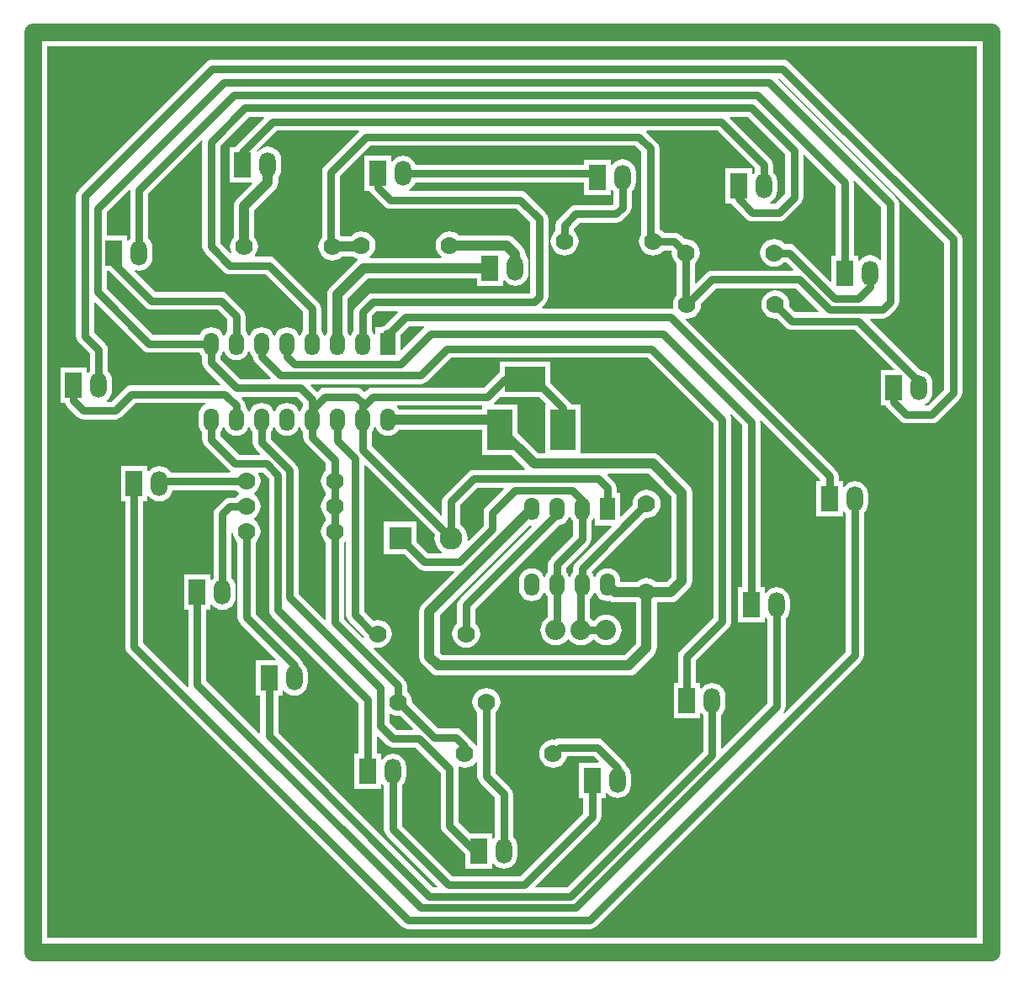
<source format=gbl>
G04*
G04 #@! TF.GenerationSoftware,Altium Limited,Altium Designer,18.0.7 (293)*
G04*
G04 Layer_Physical_Order=2*
G04 Layer_Color=16711680*
%FSLAX25Y25*%
%MOIN*%
G70*
G01*
G75*
%ADD24C,0.09000*%
%ADD25R,0.09000X0.09000*%
%ADD26O,0.06500X0.10000*%
%ADD27R,0.06500X0.10000*%
%ADD28C,0.07000*%
%ADD29R,0.10000X0.16000*%
%ADD30R,0.16000X0.10000*%
%ADD31R,0.06000X0.09000*%
%ADD32O,0.06000X0.09000*%
%ADD33C,0.08000*%
%ADD34C,0.03000*%
%ADD35C,0.04000*%
%ADD36C,0.07000*%
G36*
X603953Y109547D02*
X235547D01*
X235547Y462953D01*
X603953D01*
X603953Y109547D01*
D02*
G37*
%LPC*%
G36*
X527000Y457530D02*
X301000D01*
X300086Y457410D01*
X299235Y457057D01*
X298504Y456496D01*
X298504Y456496D01*
X248004Y405996D01*
X247443Y405265D01*
X247090Y404414D01*
X246970Y403500D01*
Y348000D01*
X247090Y347086D01*
X247443Y346235D01*
X248004Y345504D01*
X252470Y341038D01*
Y334159D01*
X252256Y333994D01*
X251750Y333335D01*
X251250Y333505D01*
Y335500D01*
X240750D01*
Y321500D01*
X242626D01*
X242943Y320735D01*
X243504Y320004D01*
X247504Y316004D01*
X248235Y315443D01*
X249086Y315090D01*
X250000Y314970D01*
X262500D01*
X263414Y315090D01*
X264265Y315443D01*
X264996Y316004D01*
X270462Y321470D01*
X298126D01*
X298225Y320970D01*
X297978Y320867D01*
X296934Y320066D01*
X296132Y319022D01*
X295629Y317805D01*
X295457Y316500D01*
Y313500D01*
X295629Y312195D01*
X296132Y310978D01*
X296934Y309934D01*
X296970Y309907D01*
Y307000D01*
X297090Y306086D01*
X297443Y305235D01*
X298004Y304504D01*
X307504Y295004D01*
X308121Y294530D01*
X307990Y294030D01*
X284484D01*
X283744Y294994D01*
X282648Y295836D01*
X281370Y296365D01*
X280000Y296545D01*
X278629Y296365D01*
X277352Y295836D01*
X276256Y294994D01*
X275750Y294335D01*
X275250Y294505D01*
Y296500D01*
X264750D01*
Y282500D01*
X266470D01*
Y225000D01*
X266590Y224086D01*
X266943Y223235D01*
X267504Y222504D01*
X376004Y114004D01*
X376735Y113443D01*
X377586Y113090D01*
X378500Y112970D01*
X450500D01*
X451414Y113090D01*
X452265Y113443D01*
X452996Y114004D01*
X557996Y219004D01*
X558557Y219735D01*
X558910Y220586D01*
X559030Y221500D01*
Y277841D01*
X559244Y278006D01*
X560086Y279102D01*
X560615Y280380D01*
X560795Y281750D01*
Y285250D01*
X560615Y286620D01*
X560086Y287898D01*
X559244Y288994D01*
X558148Y289836D01*
X556871Y290365D01*
X555500Y290545D01*
X554130Y290365D01*
X552852Y289836D01*
X551756Y288994D01*
X551250Y288335D01*
X550750Y288505D01*
Y290500D01*
X549030D01*
Y292500D01*
X548910Y293414D01*
X548557Y294265D01*
X547996Y294996D01*
X488444Y354548D01*
X488665Y354997D01*
X489000Y354953D01*
X490436Y355142D01*
X491774Y355696D01*
X492923Y356577D01*
X493804Y357726D01*
X494358Y359064D01*
X494548Y360500D01*
X494483Y360990D01*
X500462Y366970D01*
X532174D01*
X541151Y357992D01*
X540960Y357530D01*
X531962D01*
X529483Y360010D01*
X529548Y360500D01*
X529358Y361936D01*
X528804Y363274D01*
X527923Y364423D01*
X526774Y365304D01*
X525436Y365858D01*
X524000Y366048D01*
X522564Y365858D01*
X521226Y365304D01*
X520077Y364423D01*
X519196Y363274D01*
X518642Y361936D01*
X518453Y360500D01*
X518642Y359064D01*
X519196Y357726D01*
X520077Y356577D01*
X521226Y355696D01*
X522564Y355142D01*
X524000Y354953D01*
X524490Y355017D01*
X528004Y351504D01*
X528735Y350943D01*
X529586Y350590D01*
X530500Y350470D01*
X555538D01*
X571046Y334962D01*
X570854Y334500D01*
X565750D01*
Y320500D01*
X567833D01*
X567943Y320235D01*
X568504Y319504D01*
X573504Y314504D01*
X574235Y313943D01*
X575086Y313590D01*
X576000Y313470D01*
X586000D01*
X586914Y313590D01*
X587765Y313943D01*
X588496Y314504D01*
X596996Y323004D01*
X597557Y323735D01*
X597910Y324586D01*
X598030Y325500D01*
X598030Y325500D01*
Y386500D01*
X598030Y386500D01*
X597910Y387414D01*
X597557Y388265D01*
X596996Y388996D01*
X529496Y456496D01*
X528765Y457057D01*
X527914Y457410D01*
X527000Y457530D01*
D02*
G37*
%LPD*%
G36*
X527970Y420038D02*
Y404462D01*
X524038Y400530D01*
X521924D01*
X521824Y401030D01*
X522148Y401164D01*
X523244Y402006D01*
X524086Y403102D01*
X524615Y404380D01*
X524795Y405750D01*
Y409250D01*
X524615Y410620D01*
X524086Y411898D01*
X523244Y412994D01*
X523030Y413159D01*
Y416000D01*
X522910Y416914D01*
X522557Y417765D01*
X521996Y418496D01*
X505985Y434508D01*
X506176Y434970D01*
X513038D01*
X527970Y420038D01*
D02*
G37*
G36*
X268470Y405770D02*
Y386659D01*
X268256Y386494D01*
X267750Y385835D01*
X267250Y386005D01*
Y388000D01*
X259030D01*
Y397038D01*
X267970Y405977D01*
X268470Y405770D01*
D02*
G37*
G36*
X321515Y434508D02*
X310504Y423496D01*
X310123Y423000D01*
X307750D01*
Y409000D01*
X316641D01*
X316832Y408538D01*
X310647Y402353D01*
X310006Y401517D01*
X309603Y400544D01*
X309466Y399500D01*
X309466Y399500D01*
Y387277D01*
X308696Y386274D01*
X308142Y384936D01*
X307952Y383500D01*
X308142Y382064D01*
X308500Y381200D01*
X308076Y380917D01*
X304030Y384962D01*
Y423538D01*
X315462Y434970D01*
X321324D01*
X321515Y434508D01*
D02*
G37*
G36*
X470970Y421038D02*
Y388631D01*
X470696Y388274D01*
X470142Y386936D01*
X469952Y385500D01*
X470142Y384064D01*
X470696Y382726D01*
X471577Y381577D01*
X472726Y380696D01*
X474064Y380142D01*
X475500Y379953D01*
X476936Y380142D01*
X478274Y380696D01*
X479423Y381577D01*
X479724Y381970D01*
X482538D01*
X483017Y381490D01*
X482952Y381000D01*
X483142Y379564D01*
X483696Y378226D01*
X484577Y377077D01*
X484970Y376776D01*
Y364282D01*
X484196Y363274D01*
X483642Y361936D01*
X483453Y360500D01*
X483601Y359372D01*
X483572Y359301D01*
X483179Y358941D01*
X482500Y359030D01*
X431676D01*
X431485Y359492D01*
X432996Y361004D01*
X433557Y361735D01*
X433910Y362586D01*
X434030Y363500D01*
Y394500D01*
X433910Y395414D01*
X433557Y396265D01*
X432996Y396996D01*
X425496Y404496D01*
X424765Y405057D01*
X423914Y405410D01*
X423000Y405530D01*
X378924D01*
X378824Y406030D01*
X379148Y406164D01*
X380244Y407006D01*
X381086Y408102D01*
X381445Y408970D01*
X448250D01*
Y404000D01*
X458750D01*
Y405995D01*
X459250Y406165D01*
X459756Y405506D01*
X459970Y405341D01*
Y400462D01*
X459538Y400030D01*
X445000D01*
X444086Y399910D01*
X443235Y399557D01*
X442504Y398996D01*
X438004Y394496D01*
X437443Y393765D01*
X437090Y392914D01*
X436970Y392000D01*
Y389724D01*
X436577Y389423D01*
X435696Y388274D01*
X435142Y386936D01*
X434952Y385500D01*
X435142Y384064D01*
X435696Y382726D01*
X436577Y381577D01*
X437726Y380696D01*
X439064Y380142D01*
X440500Y379953D01*
X441936Y380142D01*
X443274Y380696D01*
X444423Y381577D01*
X445304Y382726D01*
X445858Y384064D01*
X446047Y385500D01*
X445858Y386936D01*
X445304Y388274D01*
X444423Y389423D01*
X444030Y389724D01*
Y390538D01*
X446462Y392970D01*
X461000D01*
X461914Y393090D01*
X462765Y393443D01*
X463496Y394004D01*
X465996Y396504D01*
X466557Y397235D01*
X466910Y398086D01*
X467030Y399000D01*
Y405341D01*
X467244Y405506D01*
X468086Y406602D01*
X468615Y407879D01*
X468795Y409250D01*
Y412750D01*
X468615Y414120D01*
X468086Y415398D01*
X467244Y416494D01*
X466148Y417336D01*
X464871Y417865D01*
X463500Y418045D01*
X462129Y417865D01*
X460852Y417336D01*
X459756Y416494D01*
X459250Y415835D01*
X458750Y416005D01*
Y418000D01*
X448250D01*
Y416030D01*
X381445D01*
X381086Y416898D01*
X380244Y417994D01*
X379148Y418836D01*
X377870Y419365D01*
X376500Y419545D01*
X375130Y419365D01*
X373852Y418836D01*
X372756Y417994D01*
X372250Y417335D01*
X371750Y417505D01*
Y419500D01*
X366762D01*
X366500Y419534D01*
X366238Y419500D01*
X361250D01*
Y405500D01*
X363333D01*
X363443Y405235D01*
X364004Y404504D01*
X369004Y399504D01*
X369735Y398943D01*
X370586Y398590D01*
X371500Y398470D01*
X421538D01*
X426970Y393038D01*
Y365030D01*
X364500D01*
X363586Y364910D01*
X362735Y364557D01*
X362004Y363996D01*
X358004Y359996D01*
X357443Y359265D01*
X357090Y358414D01*
X356970Y357500D01*
Y350094D01*
X356934Y350066D01*
X356133Y349022D01*
X355771Y348148D01*
X355229D01*
X354868Y349022D01*
X354535Y349455D01*
Y362829D01*
X362671Y370966D01*
X405750D01*
Y368000D01*
X416250D01*
Y369995D01*
X416750Y370165D01*
X417256Y369506D01*
X418352Y368664D01*
X419629Y368135D01*
X421000Y367955D01*
X422370Y368135D01*
X423648Y368664D01*
X424744Y369506D01*
X425586Y370602D01*
X426115Y371880D01*
X426295Y373250D01*
Y376750D01*
X426115Y378120D01*
X425586Y379398D01*
X425035Y380116D01*
Y380500D01*
X425035Y380500D01*
X424897Y381544D01*
X424494Y382517D01*
X423853Y383353D01*
X423853Y383353D01*
X420353Y386853D01*
X419517Y387494D01*
X418544Y387897D01*
X417500Y388035D01*
X417500Y388035D01*
X398777D01*
X397774Y388804D01*
X396436Y389358D01*
X395000Y389547D01*
X393564Y389358D01*
X392226Y388804D01*
X391077Y387923D01*
X390196Y386774D01*
X389642Y385436D01*
X389453Y384000D01*
X389642Y382564D01*
X390196Y381226D01*
X391077Y380077D01*
X391785Y379535D01*
X391615Y379034D01*
X363385D01*
X363215Y379535D01*
X363923Y380077D01*
X364804Y381226D01*
X365358Y382564D01*
X365547Y384000D01*
X365358Y385436D01*
X364804Y386774D01*
X363923Y387923D01*
X362774Y388804D01*
X361436Y389358D01*
X360000Y389547D01*
X358564Y389358D01*
X357226Y388804D01*
X356077Y387923D01*
X355780Y387534D01*
X352277D01*
X351530Y388107D01*
Y411538D01*
X363462Y423470D01*
X468538D01*
X470970Y421038D01*
D02*
G37*
G36*
X565970Y399038D02*
Y378327D01*
X565496Y378166D01*
X565244Y378494D01*
X564148Y379336D01*
X562871Y379865D01*
X561500Y380045D01*
X560129Y379865D01*
X558852Y379336D01*
X557756Y378494D01*
X557250Y377835D01*
X556750Y378005D01*
Y380000D01*
X555030D01*
Y409000D01*
X554989Y409311D01*
X555463Y409545D01*
X565970Y399038D01*
D02*
G37*
G36*
X297011Y425311D02*
X296970Y425000D01*
Y383500D01*
X297090Y382586D01*
X297443Y381735D01*
X298004Y381004D01*
X305504Y373504D01*
X306235Y372943D01*
X307086Y372590D01*
X308000Y372470D01*
X322038D01*
X336970Y357538D01*
Y350094D01*
X336934Y350066D01*
X336133Y349022D01*
X335771Y348148D01*
X335229D01*
X334868Y349022D01*
X334066Y350066D01*
X333022Y350868D01*
X331805Y351371D01*
X330500Y351543D01*
X329195Y351371D01*
X327978Y350868D01*
X326934Y350066D01*
X326132Y349022D01*
X325771Y348148D01*
X325229D01*
X324868Y349022D01*
X324066Y350066D01*
X323022Y350868D01*
X321805Y351371D01*
X320500Y351543D01*
X319195Y351371D01*
X317978Y350868D01*
X316934Y350066D01*
X316132Y349022D01*
X315771Y348148D01*
X315229D01*
X314867Y349022D01*
X314066Y350066D01*
X314030Y350094D01*
Y356000D01*
X313910Y356914D01*
X313557Y357765D01*
X312996Y358496D01*
X306996Y364496D01*
X306265Y365057D01*
X305414Y365410D01*
X304500Y365530D01*
X278462D01*
X270235Y373757D01*
X270518Y374181D01*
X270630Y374135D01*
X272000Y373955D01*
X273371Y374135D01*
X274648Y374664D01*
X275744Y375506D01*
X276586Y376602D01*
X277115Y377880D01*
X277295Y379250D01*
Y382750D01*
X277115Y384120D01*
X276586Y385398D01*
X275744Y386494D01*
X275530Y386659D01*
Y404538D01*
X296537Y425545D01*
X297011Y425311D01*
D02*
G37*
G36*
X515970Y414538D02*
Y413159D01*
X515756Y412994D01*
X515250Y412335D01*
X514750Y412505D01*
Y414500D01*
X504250D01*
Y400500D01*
X506623D01*
X507004Y400004D01*
X512504Y394504D01*
X513235Y393943D01*
X514086Y393590D01*
X515000Y393470D01*
X525500D01*
X526414Y393590D01*
X527265Y393943D01*
X527996Y394504D01*
X533996Y400504D01*
X534557Y401235D01*
X534910Y402086D01*
X535030Y403000D01*
Y419824D01*
X535492Y420015D01*
X547970Y407538D01*
Y380000D01*
X546250D01*
Y369896D01*
X545788Y369704D01*
X531996Y383496D01*
X531265Y384057D01*
X530414Y384410D01*
X529500Y384530D01*
X527724D01*
X527423Y384923D01*
X526274Y385804D01*
X524936Y386358D01*
X523500Y386547D01*
X522064Y386358D01*
X520726Y385804D01*
X519577Y384923D01*
X518696Y383774D01*
X518142Y382436D01*
X517952Y381000D01*
X518142Y379564D01*
X518696Y378226D01*
X519577Y377077D01*
X520726Y376196D01*
X522064Y375642D01*
X523500Y375452D01*
X524936Y375642D01*
X526274Y376196D01*
X527423Y377077D01*
X527603Y377312D01*
X528167Y377340D01*
X531015Y374492D01*
X530824Y374030D01*
X499000D01*
X499000Y374030D01*
X498086Y373910D01*
X497235Y373557D01*
X496504Y372996D01*
X492492Y368985D01*
X492030Y369176D01*
Y376776D01*
X492423Y377077D01*
X493304Y378226D01*
X493858Y379564D01*
X494047Y381000D01*
X493858Y382436D01*
X493304Y383774D01*
X492423Y384923D01*
X491274Y385804D01*
X489936Y386358D01*
X488500Y386547D01*
X488010Y386483D01*
X486496Y387996D01*
X485765Y388557D01*
X484914Y388910D01*
X484000Y389030D01*
X479724D01*
X479423Y389423D01*
X478274Y390304D01*
X478030Y390405D01*
Y422500D01*
X477910Y423414D01*
X477557Y424265D01*
X476996Y424996D01*
X472985Y429008D01*
X473176Y429470D01*
X501038D01*
X515970Y414538D01*
D02*
G37*
G36*
X374515Y357508D02*
X369368Y352361D01*
X368483Y351994D01*
X367839Y351500D01*
X365500D01*
Y348801D01*
X365000Y348702D01*
X364867Y349022D01*
X364066Y350066D01*
X364030Y350094D01*
Y356038D01*
X365962Y357970D01*
X374324D01*
X374515Y357508D01*
D02*
G37*
G36*
X359015Y429008D02*
X345504Y415496D01*
X344943Y414765D01*
X344590Y413914D01*
X344470Y413000D01*
Y387282D01*
X343696Y386274D01*
X343142Y384936D01*
X342952Y383500D01*
X343142Y382064D01*
X343696Y380726D01*
X344577Y379577D01*
X345726Y378696D01*
X347064Y378142D01*
X348500Y377953D01*
X349936Y378142D01*
X351274Y378696D01*
X352277Y379466D01*
X356875D01*
X357226Y379196D01*
X358428Y378698D01*
X358538Y378306D01*
X358525Y378142D01*
X358147Y377853D01*
X358147Y377853D01*
X347647Y367353D01*
X347006Y366517D01*
X346603Y365544D01*
X346465Y364500D01*
X346465Y364500D01*
Y349455D01*
X346132Y349022D01*
X345771Y348148D01*
X345229D01*
X344867Y349022D01*
X344066Y350066D01*
X344030Y350094D01*
Y359000D01*
X343910Y359914D01*
X343557Y360765D01*
X342996Y361496D01*
X325996Y378496D01*
X325265Y379057D01*
X324414Y379410D01*
X323500Y379530D01*
X318017D01*
X317770Y380030D01*
X318304Y380726D01*
X318858Y382064D01*
X319047Y383500D01*
X318858Y384936D01*
X318304Y386274D01*
X317534Y387277D01*
Y397829D01*
X325853Y406147D01*
X326494Y406983D01*
X326897Y407956D01*
X327034Y409000D01*
X327034Y409000D01*
Y410884D01*
X327586Y411602D01*
X328115Y412880D01*
X328295Y414250D01*
Y417750D01*
X328115Y419121D01*
X327586Y420398D01*
X326744Y421494D01*
X325648Y422336D01*
X324371Y422865D01*
X323000Y423045D01*
X321630Y422865D01*
X320352Y422336D01*
X319256Y421494D01*
X319025Y421194D01*
X318488Y421315D01*
X318456Y421463D01*
X326462Y429470D01*
X358824D01*
X359015Y429008D01*
D02*
G37*
G36*
X274504Y359504D02*
X275235Y358943D01*
X276086Y358590D01*
X277000Y358470D01*
X303038D01*
X306970Y354538D01*
Y350094D01*
X306934Y350066D01*
X306133Y349022D01*
X305771Y348148D01*
X305229D01*
X304868Y349022D01*
X304066Y350066D01*
X303022Y350868D01*
X301805Y351371D01*
X300500Y351543D01*
X299195Y351371D01*
X297978Y350868D01*
X296934Y350066D01*
X296132Y349022D01*
X295929Y348530D01*
X277462D01*
X259030Y366962D01*
Y374000D01*
X260008D01*
X274504Y359504D01*
D02*
G37*
G36*
X384967Y351604D02*
X384977Y351470D01*
X375962Y342454D01*
X375500Y342646D01*
Y348507D01*
X378962Y351970D01*
X384843D01*
X384967Y351604D01*
D02*
G37*
G36*
X306133Y340978D02*
X306934Y339934D01*
X307978Y339132D01*
X309195Y338629D01*
X310500Y338457D01*
X311805Y338629D01*
X313022Y339132D01*
X314066Y339934D01*
X314867Y340978D01*
X315229Y341852D01*
X315771D01*
X316132Y340978D01*
X316934Y339934D01*
X316984Y339896D01*
X317090Y339086D01*
X317443Y338235D01*
X318004Y337504D01*
X324015Y331492D01*
X323824Y331030D01*
X311962D01*
X304030Y338962D01*
Y339907D01*
X304066Y339934D01*
X304868Y340978D01*
X305229Y341852D01*
X305771D01*
X306133Y340978D01*
D02*
G37*
G36*
X273504Y342504D02*
X274235Y341943D01*
X275086Y341590D01*
X276000Y341470D01*
X295929D01*
X296132Y340978D01*
X296934Y339934D01*
X296970Y339907D01*
Y337500D01*
X297090Y336586D01*
X297443Y335735D01*
X298004Y335004D01*
X304015Y328992D01*
X303824Y328530D01*
X269000D01*
X268086Y328410D01*
X267235Y328057D01*
X266504Y327496D01*
X261038Y322030D01*
X259294D01*
X259125Y322530D01*
X259744Y323006D01*
X260586Y324102D01*
X261115Y325379D01*
X261295Y326750D01*
Y330250D01*
X261115Y331621D01*
X260586Y332898D01*
X259744Y333994D01*
X259530Y334159D01*
Y342500D01*
X259410Y343414D01*
X259057Y344265D01*
X258496Y344996D01*
X254030Y349462D01*
Y361324D01*
X254492Y361515D01*
X273504Y342504D01*
D02*
G37*
G36*
X590970Y385038D02*
Y326962D01*
X584538Y320530D01*
X583424D01*
X583324Y321030D01*
X583648Y321164D01*
X584744Y322006D01*
X585586Y323102D01*
X586115Y324379D01*
X586295Y325750D01*
Y329250D01*
X586115Y330621D01*
X585586Y331898D01*
X584744Y332994D01*
X583648Y333836D01*
X582371Y334365D01*
X581515Y334477D01*
X561485Y354508D01*
X561676Y354970D01*
X566500D01*
X567414Y355090D01*
X568265Y355443D01*
X568996Y356004D01*
X571996Y359004D01*
X572557Y359735D01*
X572910Y360586D01*
X573030Y361500D01*
Y400500D01*
X572910Y401414D01*
X572557Y402265D01*
X571996Y402996D01*
X525184Y449809D01*
X525364Y450335D01*
X525638Y450370D01*
X590970Y385038D01*
D02*
G37*
G36*
X408000Y319035D02*
X374857D01*
X374140Y319970D01*
X374291Y320470D01*
X408000D01*
Y319035D01*
D02*
G37*
G36*
X336970Y321538D02*
Y320093D01*
X336934Y320066D01*
X336133Y319022D01*
X335771Y318148D01*
X335229D01*
X334868Y319022D01*
X334066Y320066D01*
X333022Y320867D01*
X331805Y321371D01*
X330500Y321543D01*
X329195Y321371D01*
X327978Y320867D01*
X326934Y320066D01*
X326132Y319022D01*
X325771Y318148D01*
X325229D01*
X324868Y319022D01*
X324066Y320066D01*
X323022Y320867D01*
X321805Y321371D01*
X320500Y321543D01*
X319195Y321371D01*
X317978Y320867D01*
X316934Y320066D01*
X316132Y319022D01*
X315771Y318148D01*
X315229D01*
X314867Y319022D01*
X314066Y320066D01*
X314030Y320093D01*
Y320500D01*
X313910Y321414D01*
X313557Y322265D01*
X312996Y322996D01*
X312485Y323508D01*
X312676Y323970D01*
X334538D01*
X336970Y321538D01*
D02*
G37*
G36*
X433149Y321359D02*
X433000Y321000D01*
X433000D01*
Y301535D01*
X430171D01*
X422000Y309706D01*
Y321000D01*
X412617D01*
X412457Y321474D01*
X412496Y321504D01*
X414665Y323672D01*
X415000Y324000D01*
Y324000D01*
X415000Y324000D01*
X430508D01*
X433149Y321359D01*
D02*
G37*
G36*
X306133Y310978D02*
X306934Y309934D01*
X307978Y309133D01*
X309195Y308629D01*
X310500Y308457D01*
X311805Y308629D01*
X313022Y309133D01*
X314066Y309934D01*
X314867Y310978D01*
X315229Y311852D01*
X315771D01*
X316132Y310978D01*
X316934Y309934D01*
X316970Y309907D01*
Y305864D01*
X317090Y304950D01*
X317443Y304099D01*
X318004Y303368D01*
X319879Y301492D01*
X319688Y301030D01*
X311462D01*
X304030Y308462D01*
Y309907D01*
X304066Y309934D01*
X304868Y310978D01*
X305229Y311852D01*
X305771D01*
X306133Y310978D01*
D02*
G37*
G36*
X310577Y286577D02*
X311600Y285793D01*
X311643Y285627D01*
Y285373D01*
X311600Y285207D01*
X310577Y284423D01*
X310276Y284030D01*
X308000D01*
X307086Y283910D01*
X306235Y283557D01*
X305504Y282996D01*
X302504Y279996D01*
X301943Y279265D01*
X301590Y278414D01*
X301470Y277500D01*
Y252159D01*
X301256Y251994D01*
X300750Y251335D01*
X300250Y251505D01*
Y253500D01*
X289750D01*
Y239500D01*
X291470D01*
Y210000D01*
X291587Y209113D01*
X291554Y209074D01*
X291115Y208878D01*
X273530Y226462D01*
Y282500D01*
X275250D01*
Y284495D01*
X275750Y284665D01*
X276256Y284006D01*
X277352Y283164D01*
X278629Y282635D01*
X280000Y282455D01*
X281370Y282635D01*
X282648Y283164D01*
X283744Y284006D01*
X284586Y285102D01*
X285115Y286380D01*
X285193Y286970D01*
X310276D01*
X310577Y286577D01*
D02*
G37*
G36*
X366132Y310978D02*
X366934Y309934D01*
X367978Y309133D01*
X369195Y308629D01*
X370500Y308457D01*
X371805Y308629D01*
X373022Y309133D01*
X374066Y309934D01*
X374857Y310965D01*
X408000D01*
Y301000D01*
X419294D01*
X424802Y295492D01*
X424611Y295030D01*
X404500D01*
X403586Y294910D01*
X402735Y294557D01*
X402004Y293996D01*
X393004Y284996D01*
X392443Y284265D01*
X392090Y283414D01*
X391970Y282500D01*
Y277176D01*
X391508Y276985D01*
X364030Y304462D01*
Y309907D01*
X364066Y309934D01*
X364867Y310978D01*
X365229Y311852D01*
X365771D01*
X366132Y310978D01*
D02*
G37*
G36*
X482966Y284329D02*
Y252671D01*
X480829Y250535D01*
X476777D01*
X475774Y251304D01*
X474436Y251858D01*
X473000Y252047D01*
X471564Y251858D01*
X470226Y251304D01*
X469223Y250535D01*
X462543D01*
Y251000D01*
X462371Y252305D01*
X461868Y253522D01*
X461066Y254566D01*
X460022Y255367D01*
X458805Y255871D01*
X457500Y256043D01*
X456195Y255871D01*
X454978Y255367D01*
X453934Y254566D01*
X453132Y253522D01*
X452771Y252648D01*
X452229D01*
X451867Y253522D01*
X451066Y254566D01*
X451066Y254573D01*
X472510Y276017D01*
X473000Y275953D01*
X474436Y276142D01*
X475774Y276696D01*
X476923Y277577D01*
X477804Y278726D01*
X478358Y280064D01*
X478547Y281500D01*
X478358Y282936D01*
X477804Y284274D01*
X476923Y285423D01*
X475774Y286304D01*
X474436Y286858D01*
X473000Y287048D01*
X471564Y286858D01*
X470226Y286304D01*
X469077Y285423D01*
X468196Y284274D01*
X467642Y282936D01*
X467452Y281500D01*
X467517Y281010D01*
X462962Y276454D01*
X462500Y276646D01*
Y286000D01*
X461030D01*
Y288000D01*
X460910Y288914D01*
X460557Y289765D01*
X459996Y290496D01*
X457489Y293004D01*
X457680Y293465D01*
X473829D01*
X482966Y284329D01*
D02*
G37*
G36*
X416515Y287508D02*
X409504Y280496D01*
X408943Y279765D01*
X408590Y278914D01*
X408470Y278000D01*
Y272962D01*
X402427Y266920D01*
X401947Y267147D01*
X402031Y268000D01*
X401906Y269274D01*
X401534Y270499D01*
X400931Y271629D01*
X400118Y272618D01*
X399129Y273431D01*
X399030Y273483D01*
Y281038D01*
X405962Y287970D01*
X416324D01*
X416515Y287508D01*
D02*
G37*
G36*
X499470Y313538D02*
Y236462D01*
X486504Y223496D01*
X485943Y222765D01*
X485590Y221914D01*
X485470Y221000D01*
Y210500D01*
X483750D01*
Y196500D01*
X494250D01*
Y198495D01*
X494750Y198665D01*
X495256Y198006D01*
X495470Y197841D01*
Y183462D01*
X441538Y129530D01*
X429176D01*
X428985Y129992D01*
X453996Y155004D01*
X454557Y155735D01*
X454910Y156586D01*
X455030Y157500D01*
X455030Y157500D01*
Y165000D01*
X456750D01*
Y166995D01*
X457250Y167165D01*
X457756Y166506D01*
X458852Y165664D01*
X460129Y165135D01*
X461500Y164955D01*
X462871Y165135D01*
X464148Y165664D01*
X465244Y166506D01*
X466086Y167602D01*
X466615Y168879D01*
X466795Y170250D01*
Y173750D01*
X466615Y175120D01*
X466086Y176398D01*
X465244Y177494D01*
X464934Y177733D01*
X464910Y177914D01*
X464557Y178765D01*
X463996Y179496D01*
X455996Y187496D01*
X455265Y188057D01*
X454414Y188410D01*
X453500Y188530D01*
X438500D01*
X437586Y188410D01*
X436735Y188057D01*
X436616Y187966D01*
X436000Y188048D01*
X434564Y187858D01*
X433226Y187304D01*
X432077Y186423D01*
X431196Y185274D01*
X430642Y183936D01*
X430452Y182500D01*
X430642Y181064D01*
X431196Y179726D01*
X432077Y178577D01*
X433226Y177696D01*
X434564Y177142D01*
X436000Y176953D01*
X437436Y177142D01*
X438774Y177696D01*
X439923Y178577D01*
X440804Y179726D01*
X441358Y181064D01*
X441412Y181470D01*
X452038D01*
X454046Y179462D01*
X453854Y179000D01*
X446250D01*
Y165000D01*
X447970D01*
Y158962D01*
X423038Y134030D01*
X395962D01*
X376030Y153962D01*
Y169841D01*
X376244Y170006D01*
X377086Y171102D01*
X377615Y172380D01*
X377795Y173750D01*
Y177250D01*
X377615Y178621D01*
X377086Y179898D01*
X376244Y180994D01*
X375148Y181836D01*
X373870Y182365D01*
X372500Y182545D01*
X371129Y182365D01*
X369852Y181836D01*
X368756Y180994D01*
X368250Y180335D01*
X367750Y180505D01*
Y182500D01*
X366030D01*
Y189324D01*
X366492Y189515D01*
X370004Y186004D01*
X370735Y185443D01*
X371586Y185090D01*
X372500Y184970D01*
X381538D01*
X391470Y175038D01*
Y154000D01*
X391590Y153086D01*
X391943Y152235D01*
X392504Y151504D01*
X401250Y142757D01*
Y137000D01*
X411750D01*
Y138995D01*
X412250Y139165D01*
X412756Y138506D01*
X413852Y137664D01*
X415130Y137135D01*
X416500Y136955D01*
X417871Y137135D01*
X419148Y137664D01*
X420244Y138506D01*
X421086Y139602D01*
X421615Y140879D01*
X421795Y142250D01*
Y145750D01*
X421615Y147120D01*
X421086Y148398D01*
X420244Y149494D01*
X420030Y149659D01*
Y166500D01*
X419910Y167414D01*
X419557Y168265D01*
X418996Y168996D01*
X418996Y168996D01*
X413030Y174962D01*
Y198776D01*
X413423Y199077D01*
X414304Y200226D01*
X414858Y201564D01*
X415048Y203000D01*
X414858Y204436D01*
X414304Y205774D01*
X413423Y206923D01*
X412274Y207804D01*
X410936Y208358D01*
X409500Y208547D01*
X408064Y208358D01*
X406726Y207804D01*
X405577Y206923D01*
X404696Y205774D01*
X404142Y204436D01*
X403953Y203000D01*
X404142Y201564D01*
X404696Y200226D01*
X405577Y199077D01*
X405970Y198776D01*
Y185879D01*
X405470Y185710D01*
X404923Y186423D01*
X404166Y187004D01*
X404057Y187265D01*
X403496Y187996D01*
X399996Y191496D01*
X399265Y192057D01*
X398414Y192410D01*
X397500Y192530D01*
X390326D01*
X380025Y202831D01*
X380047Y203000D01*
X379858Y204436D01*
X379304Y205774D01*
X378423Y206923D01*
X378030Y207224D01*
Y209500D01*
X377910Y210414D01*
X377557Y211265D01*
X376996Y211996D01*
X364753Y224240D01*
X365030Y224656D01*
X365064Y224642D01*
X366500Y224452D01*
X367936Y224642D01*
X369274Y225196D01*
X370423Y226077D01*
X371304Y227226D01*
X371858Y228564D01*
X372047Y230000D01*
X371858Y231436D01*
X371304Y232774D01*
X370423Y233923D01*
X369274Y234804D01*
X367936Y235358D01*
X366500Y235547D01*
X365064Y235358D01*
X364760Y235232D01*
X361030Y238962D01*
Y296824D01*
X361492Y297015D01*
X389126Y269381D01*
X389094Y269274D01*
X388969Y268000D01*
X389094Y266726D01*
X389466Y265500D01*
X390069Y264371D01*
X390882Y263382D01*
X391871Y262569D01*
X391972Y262515D01*
X391851Y262030D01*
X386462D01*
X382000Y266493D01*
Y274500D01*
X369000D01*
Y261500D01*
X377008D01*
X382504Y256004D01*
X383235Y255443D01*
X384086Y255090D01*
X385000Y254970D01*
X396611D01*
X396802Y254508D01*
X384147Y241853D01*
X383506Y241017D01*
X383103Y240044D01*
X382965Y239000D01*
X382965Y239000D01*
Y221000D01*
X382965Y221000D01*
X383103Y219956D01*
X383506Y218983D01*
X384147Y218147D01*
X387647Y214647D01*
X387647Y214647D01*
X388483Y214006D01*
X389456Y213603D01*
X390500Y213465D01*
X390500Y213465D01*
X466000D01*
X466000Y213465D01*
X467044Y213603D01*
X468017Y214006D01*
X468853Y214647D01*
X475853Y221647D01*
X475853Y221647D01*
X476494Y222483D01*
X476897Y223456D01*
X477035Y224500D01*
Y242465D01*
X482500D01*
X482500Y242465D01*
X483544Y242603D01*
X484517Y243006D01*
X485353Y243647D01*
X489853Y248147D01*
X490494Y248983D01*
X490897Y249956D01*
X491035Y251000D01*
Y286000D01*
X491035Y286000D01*
X490897Y287044D01*
X490494Y288017D01*
X489853Y288853D01*
X489853Y288853D01*
X478353Y300353D01*
X477517Y300994D01*
X476544Y301397D01*
X475500Y301535D01*
X475500Y301535D01*
X447000D01*
Y321000D01*
X443167D01*
X443057Y321265D01*
X442496Y321996D01*
X435000Y329492D01*
Y338000D01*
X415000D01*
Y333877D01*
X414504Y333496D01*
X414504Y333496D01*
X408538Y327530D01*
X364500D01*
X363586Y327410D01*
X362735Y327057D01*
X362004Y326496D01*
X361250Y325743D01*
X360496Y326496D01*
X359765Y327057D01*
X358914Y327410D01*
X358000Y327530D01*
X345500D01*
X344586Y327410D01*
X343735Y327057D01*
X343004Y326496D01*
X342500Y325992D01*
X339985Y328508D01*
X340176Y328970D01*
X383500D01*
X384414Y329090D01*
X385265Y329443D01*
X385996Y330004D01*
X395462Y339470D01*
X473538D01*
X499470Y313538D01*
D02*
G37*
G36*
X452500Y275699D02*
Y273000D01*
X458854D01*
X459046Y272538D01*
X445004Y258496D01*
X444443Y257765D01*
X444090Y256914D01*
X443970Y256000D01*
Y254593D01*
X443934Y254566D01*
X443132Y253522D01*
X442771Y252648D01*
X442229D01*
X441867Y253522D01*
X441066Y254566D01*
X441030Y254593D01*
Y256038D01*
X449996Y265004D01*
X450557Y265735D01*
X450910Y266586D01*
X451030Y267500D01*
X451030Y267500D01*
Y274407D01*
X451066Y274434D01*
X451867Y275478D01*
X452000Y275798D01*
X452500Y275699D01*
D02*
G37*
G36*
X309142Y269064D02*
X309696Y267726D01*
X310577Y266577D01*
X310970Y266276D01*
Y236500D01*
X311090Y235586D01*
X311443Y234735D01*
X312004Y234004D01*
X326046Y219962D01*
X325854Y219500D01*
X318250D01*
Y205500D01*
X319970D01*
Y190676D01*
X319508Y190485D01*
X298530Y211462D01*
Y239500D01*
X300250D01*
Y241495D01*
X300750Y241665D01*
X301256Y241006D01*
X302352Y240164D01*
X303629Y239635D01*
X305000Y239455D01*
X306370Y239635D01*
X307648Y240164D01*
X308744Y241006D01*
X309586Y242102D01*
X310115Y243379D01*
X310295Y244750D01*
Y248250D01*
X310115Y249621D01*
X309586Y250898D01*
X308744Y251994D01*
X308530Y252159D01*
Y269877D01*
X309030Y269910D01*
X309142Y269064D01*
D02*
G37*
G36*
X326132Y310978D02*
X326934Y309934D01*
X327978Y309133D01*
X329195Y308629D01*
X330500Y308457D01*
X331805Y308629D01*
X333022Y309133D01*
X334066Y309934D01*
X334868Y310978D01*
X335229Y311852D01*
X335771D01*
X336133Y310978D01*
X336934Y309934D01*
X336970Y309907D01*
Y308000D01*
X337090Y307086D01*
X337443Y306235D01*
X338004Y305504D01*
X345970Y297538D01*
Y294724D01*
X345577Y294423D01*
X344696Y293274D01*
X344142Y291936D01*
X343952Y290500D01*
X344142Y289064D01*
X344696Y287726D01*
X345577Y286577D01*
X345970Y286276D01*
Y284724D01*
X345577Y284423D01*
X344696Y283274D01*
X344142Y281936D01*
X343952Y280500D01*
X344142Y279064D01*
X344696Y277726D01*
X345577Y276577D01*
X345970Y276276D01*
Y274724D01*
X345577Y274423D01*
X344696Y273274D01*
X344142Y271936D01*
X343952Y270500D01*
X344142Y269064D01*
X344696Y267726D01*
X345577Y266577D01*
X345970Y266276D01*
Y235676D01*
X345508Y235485D01*
X335030Y245962D01*
Y294864D01*
X334910Y295778D01*
X334557Y296629D01*
X333996Y297360D01*
X324030Y307326D01*
Y309907D01*
X324066Y309934D01*
X324868Y310978D01*
X325229Y311852D01*
X325771D01*
X326132Y310978D01*
D02*
G37*
G36*
X353970Y266513D02*
Y237500D01*
X354090Y236586D01*
X354443Y235735D01*
X355004Y235004D01*
X361031Y228977D01*
X361027Y228673D01*
X360523Y228469D01*
X353030Y235962D01*
Y266276D01*
X353423Y266577D01*
X353496Y266673D01*
X353970Y266513D01*
D02*
G37*
G36*
X443132Y275478D02*
X443934Y274434D01*
X443970Y274407D01*
Y268962D01*
X435004Y259996D01*
X434443Y259265D01*
X434090Y258414D01*
X433970Y257500D01*
Y254593D01*
X433934Y254566D01*
X433133Y253522D01*
X432771Y252648D01*
X432229D01*
X431868Y253522D01*
X431066Y254566D01*
X430022Y255367D01*
X428805Y255871D01*
X427500Y256043D01*
X426195Y255871D01*
X424978Y255367D01*
X423934Y254566D01*
X423133Y253522D01*
X422629Y252305D01*
X422457Y251000D01*
Y248000D01*
X422629Y246695D01*
X423133Y245478D01*
X423934Y244434D01*
X424978Y243633D01*
X426195Y243129D01*
X427500Y242957D01*
X428805Y243129D01*
X430022Y243633D01*
X431066Y244434D01*
X431868Y245478D01*
X432229Y246352D01*
X432771D01*
X433133Y245478D01*
X433934Y244434D01*
X433970Y244407D01*
Y236684D01*
X433650Y236513D01*
X432737Y235763D01*
X431987Y234850D01*
X431430Y233807D01*
X431087Y232676D01*
X430971Y231500D01*
X431087Y230324D01*
X431430Y229193D01*
X431987Y228151D01*
X432737Y227237D01*
X433650Y226487D01*
X434693Y225930D01*
X435824Y225587D01*
X437000Y225471D01*
X438176Y225587D01*
X439307Y225930D01*
X440349Y226487D01*
X441263Y227237D01*
X441750Y227830D01*
X442250D01*
X442737Y227237D01*
X443650Y226487D01*
X444693Y225930D01*
X445824Y225587D01*
X447000Y225471D01*
X448176Y225587D01*
X449307Y225930D01*
X450350Y226487D01*
X451263Y227237D01*
X451710Y227781D01*
X452290D01*
X452737Y227237D01*
X453651Y226487D01*
X454693Y225930D01*
X455824Y225587D01*
X457000Y225471D01*
X458176Y225587D01*
X459307Y225930D01*
X460350Y226487D01*
X461263Y227237D01*
X462013Y228151D01*
X462570Y229193D01*
X462913Y230324D01*
X463029Y231500D01*
X462913Y232676D01*
X462570Y233807D01*
X462013Y234850D01*
X461263Y235763D01*
X460350Y236513D01*
X459307Y237070D01*
X458176Y237413D01*
X457000Y237529D01*
X455824Y237413D01*
X454693Y237070D01*
X453651Y236513D01*
X452737Y235763D01*
X452290Y235219D01*
X451710D01*
X451263Y235763D01*
X450530Y236365D01*
Y244023D01*
X451066Y244434D01*
X451867Y245478D01*
X452229Y246352D01*
X452771D01*
X453132Y245478D01*
X453934Y244434D01*
X454978Y243633D01*
X456195Y243129D01*
X457500Y242957D01*
X458393Y243074D01*
X458483Y243006D01*
X459456Y242603D01*
X460500Y242465D01*
X468965D01*
Y226171D01*
X464329Y221534D01*
X392171D01*
X391035Y222671D01*
Y237329D01*
X426760Y273054D01*
X427285Y272985D01*
X427481Y272474D01*
X399004Y243996D01*
X398443Y243265D01*
X398090Y242414D01*
X397970Y241500D01*
Y234224D01*
X397577Y233923D01*
X396696Y232774D01*
X396142Y231436D01*
X395953Y230000D01*
X396142Y228564D01*
X396696Y227226D01*
X397577Y226077D01*
X398726Y225196D01*
X400064Y224642D01*
X401500Y224452D01*
X402936Y224642D01*
X404274Y225196D01*
X405423Y226077D01*
X406304Y227226D01*
X406858Y228564D01*
X407048Y230000D01*
X406858Y231436D01*
X406304Y232774D01*
X405423Y233923D01*
X405030Y234224D01*
Y240038D01*
X438017Y273025D01*
X438805Y273129D01*
X440022Y273633D01*
X441066Y274434D01*
X441867Y275478D01*
X442229Y276352D01*
X442771D01*
X443132Y275478D01*
D02*
G37*
G36*
X323470Y291538D02*
Y239500D01*
X323590Y238586D01*
X323943Y237735D01*
X324504Y237004D01*
X358970Y202538D01*
Y182500D01*
X357250D01*
Y168500D01*
X367750D01*
Y170495D01*
X368250Y170665D01*
X368756Y170006D01*
X368970Y169841D01*
Y152500D01*
X369090Y151586D01*
X369443Y150735D01*
X370004Y150004D01*
X390015Y129992D01*
X389824Y129530D01*
X388462D01*
X327030Y190962D01*
Y205500D01*
X328750D01*
Y207495D01*
X329250Y207665D01*
X329756Y207006D01*
X330852Y206164D01*
X332130Y205635D01*
X333500Y205455D01*
X334871Y205635D01*
X336148Y206164D01*
X337244Y207006D01*
X338086Y208102D01*
X338615Y209380D01*
X338795Y210750D01*
Y214250D01*
X338615Y215620D01*
X338086Y216898D01*
X337244Y217994D01*
X336934Y218233D01*
X336910Y218414D01*
X336557Y219265D01*
X335996Y219996D01*
X318030Y237962D01*
Y266276D01*
X318423Y266577D01*
X319304Y267726D01*
X319858Y269064D01*
X320047Y270500D01*
X319858Y271936D01*
X319304Y273274D01*
X318423Y274423D01*
X317400Y275207D01*
X317357Y275373D01*
Y275627D01*
X317400Y275793D01*
X318423Y276577D01*
X319304Y277726D01*
X319858Y279064D01*
X320047Y280500D01*
X319858Y281936D01*
X319304Y283274D01*
X318423Y284423D01*
X317400Y285207D01*
X317357Y285373D01*
Y285627D01*
X317400Y285793D01*
X318423Y286577D01*
X319304Y287726D01*
X319858Y289064D01*
X320047Y290500D01*
X319858Y291936D01*
X319304Y293274D01*
X319114Y293521D01*
X319335Y293970D01*
X321038D01*
X323470Y291538D01*
D02*
G37*
G36*
X541970Y291038D02*
Y290500D01*
X540250D01*
Y276500D01*
X550750D01*
Y278495D01*
X551250Y278665D01*
X551756Y278006D01*
X551970Y277841D01*
Y222962D01*
X527558Y198550D01*
X527181Y198880D01*
X527557Y199371D01*
X527910Y200222D01*
X528030Y201136D01*
Y235841D01*
X528244Y236006D01*
X529086Y237102D01*
X529615Y238380D01*
X529795Y239750D01*
Y243250D01*
X529615Y244620D01*
X529086Y245898D01*
X528244Y246994D01*
X527148Y247836D01*
X525871Y248365D01*
X524500Y248545D01*
X523130Y248365D01*
X521852Y247836D01*
X520756Y246994D01*
X520250Y246335D01*
X519750Y246505D01*
Y248500D01*
X518030D01*
Y314000D01*
X517989Y314311D01*
X518463Y314545D01*
X541970Y291038D01*
D02*
G37*
G36*
X371726Y198196D02*
X373064Y197642D01*
X374500Y197452D01*
X375312Y197559D01*
X380379Y192492D01*
X380188Y192030D01*
X373962D01*
X371030Y194962D01*
Y198165D01*
X371479Y198386D01*
X371726Y198196D01*
D02*
G37*
G36*
X510970Y312538D02*
Y248500D01*
X509250D01*
Y234500D01*
X519750D01*
Y236495D01*
X520250Y236665D01*
X520756Y236006D01*
X520970Y235841D01*
Y202598D01*
X502992Y184621D01*
X502530Y184812D01*
Y197841D01*
X502744Y198006D01*
X503586Y199102D01*
X504115Y200379D01*
X504295Y201750D01*
Y205250D01*
X504115Y206621D01*
X503586Y207898D01*
X502744Y208994D01*
X501648Y209836D01*
X500371Y210365D01*
X499000Y210545D01*
X497629Y210365D01*
X496352Y209836D01*
X495256Y208994D01*
X494750Y208335D01*
X494250Y208505D01*
Y210500D01*
X492530D01*
Y219538D01*
X505496Y232504D01*
X506057Y233235D01*
X506410Y234086D01*
X506530Y235000D01*
Y315000D01*
X506410Y315914D01*
X506057Y316765D01*
X506460Y317048D01*
X510970Y312538D01*
D02*
G37*
G36*
X405970Y179121D02*
Y173500D01*
X406090Y172586D01*
X406443Y171735D01*
X407004Y171004D01*
X412970Y165038D01*
Y149659D01*
X412756Y149494D01*
X412250Y148835D01*
X411750Y149005D01*
Y151000D01*
X402992D01*
X398530Y155462D01*
Y176500D01*
X398457Y177059D01*
X398915Y177411D01*
X399564Y177142D01*
X401000Y176953D01*
X402436Y177142D01*
X403774Y177696D01*
X404923Y178577D01*
X405470Y179290D01*
X405970Y179121D01*
D02*
G37*
D24*
X395500Y268000D02*
D03*
D25*
X375500D02*
D03*
D26*
X305000Y246500D02*
D03*
X421000Y375000D02*
D03*
X463500Y411000D02*
D03*
X376500Y412500D02*
D03*
X323000Y416000D02*
D03*
X519500Y407500D02*
D03*
X561500Y373000D02*
D03*
X272000Y381000D02*
D03*
X581000Y327500D02*
D03*
X256000Y328500D02*
D03*
X280000Y289500D02*
D03*
X555500Y283500D02*
D03*
X524500Y241500D02*
D03*
X333500Y212500D02*
D03*
X499000Y203500D02*
D03*
X461500Y172000D02*
D03*
X372500Y175500D02*
D03*
X416500Y144000D02*
D03*
D27*
X295000Y246500D02*
D03*
X411000Y375000D02*
D03*
X453500Y411000D02*
D03*
X366500Y412500D02*
D03*
X313000Y416000D02*
D03*
X509500Y407500D02*
D03*
X551500Y373000D02*
D03*
X262000Y381000D02*
D03*
X571000Y327500D02*
D03*
X246000Y328500D02*
D03*
X270000Y289500D02*
D03*
X545500Y283500D02*
D03*
X514500Y241500D02*
D03*
X323500Y212500D02*
D03*
X489000Y203500D02*
D03*
X451500Y172000D02*
D03*
X362500Y175500D02*
D03*
X406500Y144000D02*
D03*
D28*
X395000Y384000D02*
D03*
X360000D02*
D03*
X440500Y385500D02*
D03*
X475500D02*
D03*
X313500Y383500D02*
D03*
X348500D02*
D03*
X523500Y381000D02*
D03*
X488500D02*
D03*
X473000Y281500D02*
D03*
Y246500D02*
D03*
X524000Y360500D02*
D03*
X489000D02*
D03*
X314500Y290500D02*
D03*
X349500D02*
D03*
X401500Y230000D02*
D03*
X366500D02*
D03*
X314500Y280500D02*
D03*
X349500D02*
D03*
X314500Y270500D02*
D03*
X349500D02*
D03*
X436000Y182500D02*
D03*
X401000D02*
D03*
X409500Y203000D02*
D03*
X374500D02*
D03*
D29*
X415000Y311000D02*
D03*
X440000D02*
D03*
D30*
X425000Y331000D02*
D03*
D31*
X370500Y345000D02*
D03*
X457500Y279500D02*
D03*
D32*
X360500Y345000D02*
D03*
X350500D02*
D03*
X340500D02*
D03*
X330500D02*
D03*
X320500D02*
D03*
X310500D02*
D03*
X300500D02*
D03*
X370500Y315000D02*
D03*
X360500D02*
D03*
X350500D02*
D03*
X340500D02*
D03*
X330500D02*
D03*
X320500D02*
D03*
X310500D02*
D03*
X300500D02*
D03*
X447500Y279500D02*
D03*
X437500D02*
D03*
X427500D02*
D03*
X457500Y249500D02*
D03*
X447500D02*
D03*
X437500D02*
D03*
X427500D02*
D03*
D33*
X437000Y231500D02*
D03*
X457000D02*
D03*
X447000D02*
D03*
D34*
X521500Y448500D02*
X569500Y400500D01*
X305500Y448500D02*
X521500D01*
X255500Y398500D02*
X305500Y448500D01*
X527000Y454000D02*
X594500Y386500D01*
X250500Y403500D02*
X301000Y454000D01*
X569500Y361500D02*
Y400500D01*
X301000Y454000D02*
X527000D01*
X517000Y443500D02*
X551500Y409000D01*
X309500Y443500D02*
X517000D01*
X272000Y406000D02*
X309500Y443500D01*
X272000Y381000D02*
Y406000D01*
X482500Y355500D02*
X545500Y292500D01*
X457500Y279500D02*
Y288000D01*
X454000Y291500D02*
X457500Y288000D01*
X404500Y291500D02*
X454000D01*
X395500Y282500D02*
X404500Y291500D01*
X447500Y279500D02*
Y283000D01*
X443500Y287000D02*
X447500Y283000D01*
X421000Y287000D02*
X443500D01*
X412000Y278000D02*
X421000Y287000D01*
X412000Y271500D02*
Y278000D01*
X395500Y268000D02*
Y282500D01*
X489000Y360500D02*
X499000Y370500D01*
X533636D01*
X545636Y358500D01*
X566500D01*
X569500Y361500D01*
X547500Y363000D02*
X557000D01*
X529500Y381000D02*
X547500Y363000D01*
X523500Y381000D02*
X529500D01*
X255500Y365500D02*
Y398500D01*
Y365500D02*
X276000Y345000D01*
X300500D01*
X594500Y325500D02*
Y386500D01*
X250500Y348000D02*
Y403500D01*
Y348000D02*
X256000Y342500D01*
X555500Y221500D02*
Y283500D01*
X450500Y116500D02*
X555500Y221500D01*
X378500Y116500D02*
X450500D01*
X270000Y225000D02*
X378500Y116500D01*
X270000Y225000D02*
Y289500D01*
X524500Y201136D02*
Y241500D01*
X444864Y121500D02*
X524500Y201136D01*
X383500Y121500D02*
X444864D01*
X295000Y210000D02*
X383500Y121500D01*
X424500Y130500D02*
X451500Y157500D01*
X394500Y130500D02*
X424500D01*
X372500Y152500D02*
X394500Y130500D01*
X372500Y152500D02*
Y175500D01*
X323500Y189500D02*
Y212500D01*
X295000Y210000D02*
Y246500D01*
X499000Y182000D02*
Y203500D01*
X443000Y126000D02*
X499000Y182000D01*
X387000Y126000D02*
X443000D01*
X323500Y189500D02*
X387000Y126000D01*
X305000Y246500D02*
Y277500D01*
X308000Y280500D01*
X314500D01*
Y236500D02*
Y270500D01*
Y236500D02*
X333500Y217500D01*
Y212500D02*
Y217500D01*
X447000Y231500D02*
X457000D01*
X447000D02*
Y249000D01*
X447500Y249500D01*
X437000Y231500D02*
X437500Y232000D01*
Y249500D01*
X401500Y230000D02*
Y241500D01*
X437500Y277500D01*
Y279500D01*
X399000Y258500D02*
X412000Y271500D01*
X385000Y258500D02*
X399000D01*
X375500Y268000D02*
X385000Y258500D01*
X360500Y303000D02*
Y315000D01*
Y303000D02*
X395500Y268000D01*
X440000Y310000D02*
Y311000D01*
X447500Y249500D02*
Y256000D01*
X473000Y281500D01*
X437500Y249500D02*
Y257500D01*
X447500Y267500D01*
Y279500D01*
X256000Y328500D02*
Y342500D01*
X586000Y317000D02*
X594500Y325500D01*
X576000Y317000D02*
X586000D01*
X571000Y322000D02*
X576000Y317000D01*
X571000Y322000D02*
Y327500D01*
X581000D02*
Y330000D01*
X557000Y354000D02*
X581000Y330000D01*
X530500Y354000D02*
X557000D01*
X524000Y360500D02*
X530500Y354000D01*
X561500Y367500D02*
Y373000D01*
X557000Y363000D02*
X561500Y367500D01*
X551500Y373000D02*
Y409000D01*
X509500Y402500D02*
Y407500D01*
Y402500D02*
X515000Y397000D01*
X525500D01*
X531500Y403000D01*
Y421500D01*
X514500Y438500D02*
X531500Y421500D01*
X314000Y438500D02*
X514500D01*
X300500Y425000D02*
X314000Y438500D01*
X300500Y383500D02*
Y425000D01*
Y383500D02*
X308000Y376000D01*
X323500D01*
X340500Y359000D01*
Y345000D02*
Y359000D01*
X430500Y363500D02*
Y394500D01*
X423000Y402000D02*
X430500Y394500D01*
X371500Y402000D02*
X423000D01*
X366500Y407000D02*
X371500Y402000D01*
X366500Y407000D02*
Y412500D01*
X484000Y385500D02*
X488500Y381000D01*
X475500Y385500D02*
X484000D01*
X474500Y386500D02*
X475500Y385500D01*
X474500Y386500D02*
Y422500D01*
X440500Y385500D02*
Y392000D01*
X445000Y396500D01*
X461000D01*
X463500Y399000D01*
Y411000D01*
X470000Y427000D02*
X474500Y422500D01*
X362000Y427000D02*
X470000D01*
X452000Y412500D02*
X453500Y411000D01*
X376500Y412500D02*
X452000D01*
X519500Y407500D02*
Y416000D01*
X502500Y433000D02*
X519500Y416000D01*
X325000Y433000D02*
X502500D01*
X313000Y421000D02*
X325000Y433000D01*
X313000Y416000D02*
Y421000D01*
X488500Y361000D02*
Y381000D01*
Y361000D02*
X489000Y360500D01*
X348000Y413000D02*
X362000Y427000D01*
X348000Y384000D02*
Y413000D01*
Y384000D02*
X348500Y383500D01*
X310500Y345000D02*
Y356000D01*
X304500Y362000D02*
X310500Y356000D01*
X277000Y362000D02*
X304500D01*
X262000Y377000D02*
X277000Y362000D01*
X262000Y377000D02*
Y381000D01*
X489000Y203500D02*
Y221000D01*
X503000Y235000D01*
Y315000D01*
X475000Y343000D02*
X503000Y315000D01*
X394000Y343000D02*
X475000D01*
X383500Y332500D02*
X394000Y343000D01*
X328000Y332500D02*
X383500D01*
X320500Y340000D02*
X328000Y332500D01*
X320500Y340000D02*
Y345000D01*
X514500Y241500D02*
Y314000D01*
X479500Y349000D02*
X514500Y314000D01*
X387500Y349000D02*
X479500D01*
X375500Y337000D02*
X387500Y349000D01*
X333500Y337000D02*
X375500D01*
X330500Y340000D02*
X333500Y337000D01*
X330500Y340000D02*
Y345000D01*
X451500Y157500D02*
Y172000D01*
X461500D02*
Y177000D01*
X453500Y185000D02*
X461500Y177000D01*
X438500Y185000D02*
X453500D01*
X436000Y182500D02*
X438500Y185000D01*
X416500Y144000D02*
Y166500D01*
X409500Y173500D02*
X416500Y166500D01*
X409500Y173500D02*
Y203000D01*
X411000Y315000D02*
X415000Y311000D01*
X374500Y203000D02*
Y209500D01*
X349500Y234500D02*
X374500Y209500D01*
X349500Y234500D02*
Y270500D01*
X367500Y193500D02*
Y208500D01*
X331500Y244500D02*
X367500Y208500D01*
X331500Y244500D02*
Y294864D01*
X362500Y175500D02*
Y204000D01*
X327000Y239500D02*
X362500Y204000D01*
X327000Y239500D02*
Y293000D01*
X357500Y237500D02*
X365000Y230000D01*
X357500Y237500D02*
Y299500D01*
X350500Y306500D02*
X357500Y299500D01*
X365000Y230000D02*
X366500D01*
X350500Y306500D02*
Y315000D01*
X401000Y182500D02*
Y185500D01*
X397500Y189000D02*
X401000Y185500D01*
X388864Y189000D02*
X397500D01*
X374864Y203000D02*
X388864Y189000D01*
X374500Y203000D02*
X374864D01*
X405000Y144000D02*
X406500D01*
X395000Y154000D02*
X405000Y144000D01*
X395000Y154000D02*
Y176500D01*
X383000Y188500D02*
X395000Y176500D01*
X372500Y188500D02*
X383000D01*
X367500Y193500D02*
X372500Y188500D01*
X320500Y305864D02*
X331500Y294864D01*
X320500Y305864D02*
Y315000D01*
X349500Y290500D02*
Y299000D01*
X340500Y308000D02*
X349500Y299000D01*
X340500Y308000D02*
Y315000D01*
X440000Y311000D02*
Y319500D01*
X428500Y331000D02*
X440000Y319500D01*
X425000Y331000D02*
X428500D01*
X360500Y320000D02*
Y321500D01*
X417000Y331000D02*
X425000D01*
X410000Y324000D02*
X417000Y331000D01*
X364500Y324000D02*
X410000D01*
X360500Y320000D02*
X364500Y324000D01*
X360500Y315000D02*
Y320000D01*
X340500Y319000D02*
Y323000D01*
X358000Y324000D02*
X360500Y321500D01*
X345500Y324000D02*
X358000D01*
X340500Y319000D02*
X345500Y324000D01*
X340500Y315000D02*
Y319000D01*
X336000Y327500D02*
X340500Y323000D01*
X310500Y327500D02*
X336000D01*
X300500Y337500D02*
X310500Y327500D01*
X300500Y337500D02*
Y345000D01*
X349500Y270500D02*
Y280500D01*
Y290500D01*
X280000Y289500D02*
X281000Y290500D01*
X314500D01*
X322500Y297500D02*
X327000Y293000D01*
X310000Y297500D02*
X322500D01*
X300500Y307000D02*
X310000Y297500D01*
X300500Y307000D02*
Y315000D01*
X246000Y322500D02*
Y328500D01*
Y322500D02*
X250000Y318500D01*
X262500D01*
X269000Y325000D01*
X306000D01*
X310500Y320500D01*
Y315000D02*
Y320500D01*
X428500Y361500D02*
X430500Y363500D01*
X545500Y283500D02*
Y292500D01*
X377500Y355500D02*
X482500D01*
X370500Y348500D02*
X377500Y355500D01*
X360500Y345000D02*
Y357500D01*
X364500Y361500D01*
X428500D01*
D35*
X390500Y217500D02*
X466000D01*
X387000Y221000D02*
Y239000D01*
Y221000D02*
X390500Y217500D01*
X387000Y239000D02*
X427500Y279500D01*
X473000Y246500D02*
X482500D01*
X487000Y251000D01*
Y286000D01*
X475500Y297500D02*
X487000Y286000D01*
X428500Y297500D02*
X475500D01*
X415000Y311000D02*
X428500Y297500D01*
X473000Y224500D02*
Y246500D01*
X466000Y217500D02*
X473000Y224500D01*
X457500Y249500D02*
X460500Y246500D01*
X473000D01*
X313500Y399500D02*
X323000Y409000D01*
X313500Y383500D02*
Y399500D01*
X370500Y315000D02*
X411000D01*
X370500Y345000D02*
Y348500D01*
X360500Y345000D02*
X361000Y344500D01*
X366500Y412500D02*
Y415500D01*
X350500Y345000D02*
Y364500D01*
X361000Y375000D01*
X411000D01*
X421000D02*
Y380500D01*
X417500Y384000D02*
X421000Y380500D01*
X395000Y384000D02*
X417500D01*
X323000Y409000D02*
Y416000D01*
X359500Y383500D02*
X360000Y384000D01*
X348500Y383500D02*
X359500D01*
D36*
X230000Y104000D02*
X609500D01*
X609500Y468500D02*
X609500Y104000D01*
X230000Y468500D02*
X609500D01*
X230000D02*
X230000Y104000D01*
M02*

</source>
